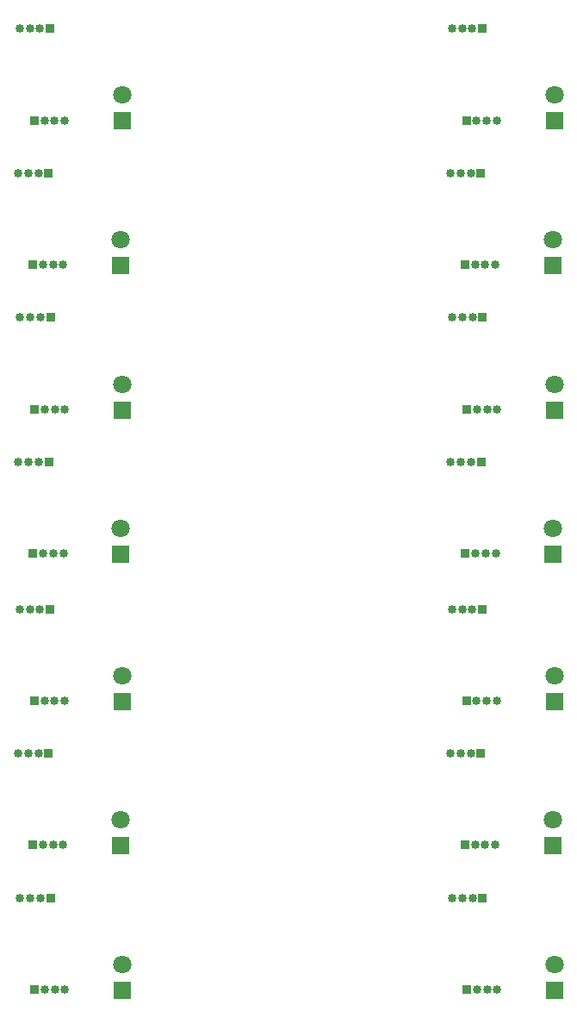
<source format=gbr>
%TF.GenerationSoftware,KiCad,Pcbnew,8.0.7*%
%TF.CreationDate,2024-12-08T11:51:21+01:00*%
%TF.ProjectId,attiny_usb_pannel Pcb Kicad,61747469-6e79-45f7-9573-625f70616e6e,rev?*%
%TF.SameCoordinates,Original*%
%TF.FileFunction,Soldermask,Bot*%
%TF.FilePolarity,Negative*%
%FSLAX46Y46*%
G04 Gerber Fmt 4.6, Leading zero omitted, Abs format (unit mm)*
G04 Created by KiCad (PCBNEW 8.0.7) date 2024-12-08 11:51:21*
%MOMM*%
%LPD*%
G01*
G04 APERTURE LIST*
%ADD10R,0.850000X0.850000*%
%ADD11O,0.850000X0.850000*%
%ADD12R,1.800000X1.800000*%
%ADD13C,1.800000*%
G04 APERTURE END LIST*
D10*
%TO.C,J1*%
X191139200Y-131556000D03*
D11*
X192139200Y-131556000D03*
X193139200Y-131556000D03*
X194139200Y-131556000D03*
%TD*%
D12*
%TO.C,D1*%
X157276600Y-131632200D03*
D13*
X157276600Y-129092200D03*
%TD*%
D10*
%TO.C,J1*%
X190984200Y-145725000D03*
D11*
X191984200Y-145725000D03*
X192984200Y-145725000D03*
X193984200Y-145725000D03*
%TD*%
D12*
%TO.C,D1*%
X157144600Y-117150200D03*
D13*
X157144600Y-114610200D03*
%TD*%
D12*
%TO.C,D1*%
X199799600Y-102981200D03*
D13*
X199799600Y-100441200D03*
%TD*%
D10*
%TO.C,J1*%
X191139200Y-74533000D03*
D11*
X192139200Y-74533000D03*
X193139200Y-74533000D03*
X194139200Y-74533000D03*
%TD*%
D10*
%TO.C,J2*%
X192553800Y-79710400D03*
D11*
X191553800Y-79710400D03*
X190553800Y-79710400D03*
X189553800Y-79710400D03*
%TD*%
D10*
%TO.C,J1*%
X148639200Y-74533000D03*
D11*
X149639200Y-74533000D03*
X150639200Y-74533000D03*
X151639200Y-74533000D03*
%TD*%
D10*
%TO.C,J2*%
X192708800Y-122564400D03*
D11*
X191708800Y-122564400D03*
X190708800Y-122564400D03*
X189708800Y-122564400D03*
%TD*%
D10*
%TO.C,J2*%
X150231800Y-93913400D03*
D11*
X149231800Y-93913400D03*
X148231800Y-93913400D03*
X147231800Y-93913400D03*
%TD*%
D10*
%TO.C,J2*%
X192576800Y-108082400D03*
D11*
X191576800Y-108082400D03*
X190576800Y-108082400D03*
X189576800Y-108082400D03*
%TD*%
D10*
%TO.C,J1*%
X191162200Y-102905000D03*
D11*
X192162200Y-102905000D03*
X193162200Y-102905000D03*
X194162200Y-102905000D03*
%TD*%
D10*
%TO.C,J1*%
X191162200Y-159928000D03*
D11*
X192162200Y-159928000D03*
X193162200Y-159928000D03*
X194162200Y-159928000D03*
%TD*%
D10*
%TO.C,J2*%
X192731800Y-150936400D03*
D11*
X191731800Y-150936400D03*
X190731800Y-150936400D03*
X189731800Y-150936400D03*
%TD*%
D10*
%TO.C,J1*%
X148639200Y-131556000D03*
D11*
X149639200Y-131556000D03*
X150639200Y-131556000D03*
X151639200Y-131556000D03*
%TD*%
D12*
%TO.C,D1*%
X199776600Y-131632200D03*
D13*
X199776600Y-129092200D03*
%TD*%
D10*
%TO.C,J2*%
X192553800Y-136733400D03*
D11*
X191553800Y-136733400D03*
X190553800Y-136733400D03*
X189553800Y-136733400D03*
%TD*%
D12*
%TO.C,D1*%
X199621600Y-88778200D03*
D13*
X199621600Y-86238200D03*
%TD*%
D10*
%TO.C,J2*%
X150231800Y-150936400D03*
D11*
X149231800Y-150936400D03*
X148231800Y-150936400D03*
X147231800Y-150936400D03*
%TD*%
D12*
%TO.C,D1*%
X157121600Y-88778200D03*
D13*
X157121600Y-86238200D03*
%TD*%
D10*
%TO.C,J2*%
X150208800Y-65541400D03*
D11*
X149208800Y-65541400D03*
X148208800Y-65541400D03*
X147208800Y-65541400D03*
%TD*%
D10*
%TO.C,J1*%
X148484200Y-88702000D03*
D11*
X149484200Y-88702000D03*
X150484200Y-88702000D03*
X151484200Y-88702000D03*
%TD*%
D12*
%TO.C,D1*%
X157121600Y-145801200D03*
D13*
X157121600Y-143261200D03*
%TD*%
D12*
%TO.C,D1*%
X157299600Y-160004200D03*
D13*
X157299600Y-157464200D03*
%TD*%
D12*
%TO.C,D1*%
X199776600Y-74609200D03*
D13*
X199776600Y-72069200D03*
%TD*%
D10*
%TO.C,J1*%
X148662200Y-159928000D03*
D11*
X149662200Y-159928000D03*
X150662200Y-159928000D03*
X151662200Y-159928000D03*
%TD*%
D10*
%TO.C,J1*%
X148662200Y-102905000D03*
D11*
X149662200Y-102905000D03*
X150662200Y-102905000D03*
X151662200Y-102905000D03*
%TD*%
D10*
%TO.C,J2*%
X192731800Y-93913400D03*
D11*
X191731800Y-93913400D03*
X190731800Y-93913400D03*
X189731800Y-93913400D03*
%TD*%
D12*
%TO.C,D1*%
X199621600Y-145801200D03*
D13*
X199621600Y-143261200D03*
%TD*%
D10*
%TO.C,J1*%
X148484200Y-145725000D03*
D11*
X149484200Y-145725000D03*
X150484200Y-145725000D03*
X151484200Y-145725000D03*
%TD*%
D12*
%TO.C,D1*%
X199799600Y-160004200D03*
D13*
X199799600Y-157464200D03*
%TD*%
D12*
%TO.C,D1*%
X157299600Y-102981200D03*
D13*
X157299600Y-100441200D03*
%TD*%
D10*
%TO.C,J2*%
X150208800Y-122564400D03*
D11*
X149208800Y-122564400D03*
X148208800Y-122564400D03*
X147208800Y-122564400D03*
%TD*%
D12*
%TO.C,D1*%
X199644600Y-117150200D03*
D13*
X199644600Y-114610200D03*
%TD*%
D10*
%TO.C,J1*%
X148507200Y-117074000D03*
D11*
X149507200Y-117074000D03*
X150507200Y-117074000D03*
X151507200Y-117074000D03*
%TD*%
D10*
%TO.C,J2*%
X150053800Y-136733400D03*
D11*
X149053800Y-136733400D03*
X148053800Y-136733400D03*
X147053800Y-136733400D03*
%TD*%
D10*
%TO.C,J2*%
X150053800Y-79710400D03*
D11*
X149053800Y-79710400D03*
X148053800Y-79710400D03*
X147053800Y-79710400D03*
%TD*%
D12*
%TO.C,D1*%
X157276600Y-74609200D03*
D13*
X157276600Y-72069200D03*
%TD*%
D10*
%TO.C,J2*%
X150076800Y-108082400D03*
D11*
X149076800Y-108082400D03*
X148076800Y-108082400D03*
X147076800Y-108082400D03*
%TD*%
D10*
%TO.C,J2*%
X192708800Y-65541400D03*
D11*
X191708800Y-65541400D03*
X190708800Y-65541400D03*
X189708800Y-65541400D03*
%TD*%
D10*
%TO.C,J1*%
X191007200Y-117074000D03*
D11*
X192007200Y-117074000D03*
X193007200Y-117074000D03*
X194007200Y-117074000D03*
%TD*%
D10*
%TO.C,J1*%
X190984200Y-88702000D03*
D11*
X191984200Y-88702000D03*
X192984200Y-88702000D03*
X193984200Y-88702000D03*
%TD*%
M02*

</source>
